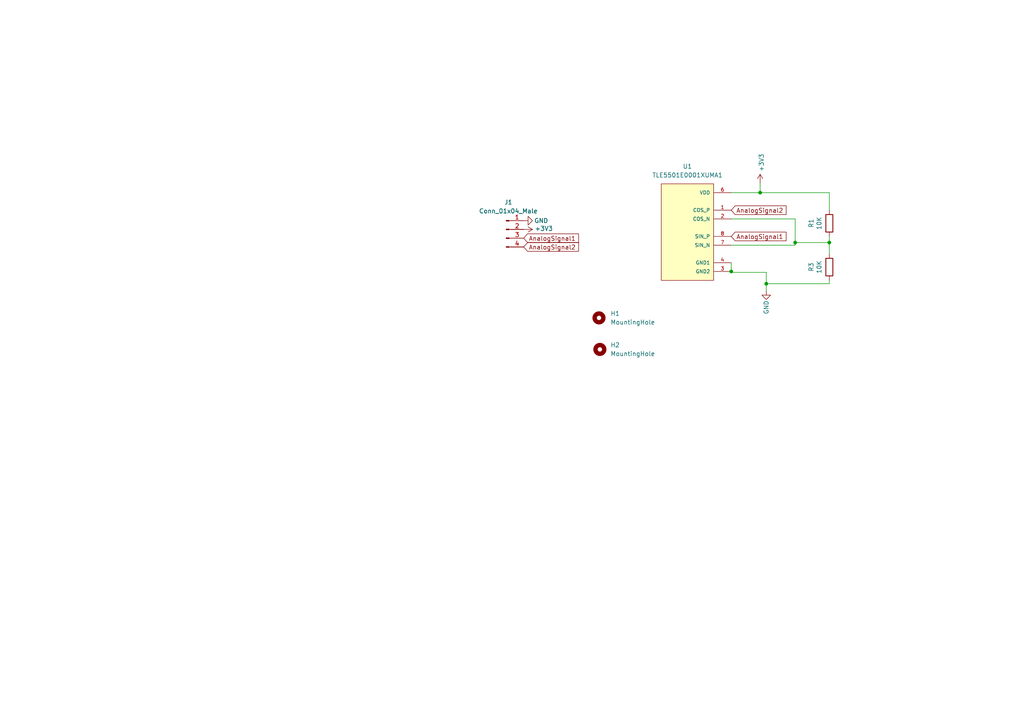
<source format=kicad_sch>
(kicad_sch (version 20211123) (generator eeschema)
  (paper "A4")
  (lib_symbols
    (symbol "Connector:Conn_01x04_Male" (pin_names (offset 1.016) hide)
      (property "Reference" "J" (at 0 5.08 0))
      (property "Value" "Conn_01x04_Male" (at 0 -7.62 0))
      (symbol "Conn_01x04_Male_1_1"
        (polyline (pts (xy 1.27 -5.08) (xy 0.8636 -5.08)) (stroke (width 0.1524)))
        (polyline (pts (xy 1.27 -2.54) (xy 0.8636 -2.54)) (stroke (width 0.1524)))
        (polyline (pts (xy 1.27 0) (xy 0.8636 0)) (stroke (width 0.1524)))
        (polyline (pts (xy 1.27 2.54) (xy 0.8636 2.54)) (stroke (width 0.1524)))
        (rectangle (start 0.8636 -4.953) (end 0 -5.207) (stroke (width 0.1524)) (fill (type outline)))
        (rectangle (start 0.8636 -2.413) (end 0 -2.667) (stroke (width 0.1524)) (fill (type outline)))
        (rectangle (start 0.8636 0.127) (end 0 -0.127) (stroke (width 0.1524)) (fill (type outline)))
        (rectangle (start 0.8636 2.667) (end 0 2.413) (stroke (width 0.1524)) (fill (type outline)))
        (pin passive line (at 5.08 2.54 180) (length 3.81) (name "Pin_1") (number "1"))
        (pin passive line (at 5.08 0 180) (length 3.81) (name "Pin_2") (number "2"))
        (pin passive line (at 5.08 -2.54 180) (length 3.81) (name "Pin_3") (number "3"))
        (pin passive line (at 5.08 -5.08 180) (length 3.81) (name "Pin_4") (number "4"))
      )
    )
    (symbol "Device:R" (pin_numbers hide) (pin_names (offset 0))
      (property "Reference" "R" (at 2.032 0 90))
      (property "Value" "R" (at 0 0 90))
      (symbol "R_0_1"
        (rectangle (start -1.016 -2.54) (end 1.016 2.54) (stroke (width 0.254)))
      )
      (symbol "R_1_1"
        (pin passive line (at 0 3.81 270) (length 1.27) (name "~") (number "1"))
        (pin passive line (at 0 -3.81 90) (length 1.27) (name "~") (number "2"))
      )
    )
    (symbol "Mechanical:MountingHole" (pin_names (offset 1.016))
      (property "Reference" "H" (at 0 5.08 0))
      (property "Value" "MountingHole" (at 0 3.175 0))
      (symbol "MountingHole_0_1"
        (circle (center 0 0) (radius 1.27) (stroke (width 1.27)))
      )
    )
    (symbol "TLE5501:TLE5501E0001XUMA1" (pin_names (offset 1.016))
      (property "Reference" "U" (at -7.62 13.2334 0))
      (property "Value" "TLE5501E0001XUMA1" (at -7.62 -17.8054 0))
      (symbol "TLE5501E0001XUMA1_0_0"
        (rectangle (start -7.62 -15.24) (end 7.62 12.7) (stroke (width 0.1524)) (fill (type background)))
        (pin output line (at 12.7 5.08 180) (length 5.08) (name "COS_P") (number "1"))
        (pin output line (at 12.7 2.54 180) (length 5.08) (name "COS_N") (number "2"))
        (pin power_in line (at 12.7 -12.7 180) (length 5.08) (name "GND2") (number "3"))
        (pin power_in line (at 12.7 -10.16 180) (length 5.08) (name "GND1") (number "4"))
        (pin power_in line (at 12.7 10.16 180) (length 5.08) (name "VDD") (number "6"))
        (pin output line (at 12.7 -5.08 180) (length 5.08) (name "SIN_N") (number "7"))
        (pin output line (at 12.7 -2.54 180) (length 5.08) (name "SIN_P") (number "8"))
      )
    )
    (symbol "power:+3.3V" (power) (pin_names (offset 0))
      (property "Value" "+3.3V" (at 0 3.556 0))
      (symbol "+3.3V_0_1"
        (polyline (pts (xy -0.762 1.27) (xy 0 2.54)))
        (polyline (pts (xy 0 0) (xy 0 2.54)))
        (polyline (pts (xy 0 2.54) (xy 0.762 1.27)))
      )
      (symbol "+3.3V_1_1"
        (pin power_in line (at 0 0 90) (length 0) hide (name "+3V3") (number "1"))
      )
    )
    (symbol "power:GND" (power) (pin_names (offset 0))
      (property "Value" "GND" (at 0 -3.81 0))
      (symbol "GND_0_1"
        (polyline (pts (xy 0 0) (xy 0 -1.27) (xy 1.27 -1.27) (xy 0 -2.54) (xy -1.27 -1.27) (xy 0 -1.27)))
      )
      (symbol "GND_1_1"
        (pin power_in line (at 0 0 270) (length 0) hide (name "GND") (number "1"))
      )
    )
  )
  (junction (at 222.25 82.296))
  (junction (at 220.472 55.88))
  (junction (at 212.09 78.74))
  (junction (at 240.538 70.358))
  (junction (at 230.632 70.358))
  (wire (pts (xy 212.09 71.12) (xy 230.632 71.12)))
  (wire (pts (xy 212.09 78.74) (xy 212.09 78.994)))
  (wire (pts (xy 230.632 70.358) (xy 240.538 70.358)))
  (wire (pts (xy 240.538 81.28) (xy 240.538 82.296)))
  (wire (pts (xy 240.538 82.296) (xy 222.25 82.296)))
  (wire (pts (xy 212.09 63.5) (xy 230.632 63.5)))
  (wire (pts (xy 230.632 70.358) (xy 230.632 71.12)))
  (wire (pts (xy 222.25 78.994) (xy 222.25 82.296)))
  (wire (pts (xy 220.472 55.88) (xy 240.538 55.88)))
  (wire (pts (xy 230.632 63.5) (xy 230.632 70.358)))
  (wire (pts (xy 220.472 53.086) (xy 220.472 55.88)))
  (wire (pts (xy 240.538 70.358) (xy 240.538 73.66)))
  (wire (pts (xy 212.09 55.88) (xy 220.472 55.88)))
  (wire (pts (xy 212.09 76.2) (xy 212.09 78.74)))
  (wire (pts (xy 212.09 78.994) (xy 222.25 78.994)))
  (wire (pts (xy 240.538 55.88) (xy 240.538 60.96)))
  (wire (pts (xy 222.25 82.296) (xy 222.25 84.328)))
  (wire (pts (xy 240.538 68.58) (xy 240.538 70.358)))
  (global_label "AnalogSignal2" (shape input) (at 151.892 71.628 0) (property "Intersheet References" "${INTERSHEET_REFS}" (effects hide)))
  (global_label "AnalogSignal2" (shape input) (at 212.09 60.96 0) (property "Intersheet References" "${INTERSHEET_REFS}" (effects hide)))
  (global_label "AnalogSignal1" (shape input) (at 151.892 69.088 0) (property "Intersheet References" "${INTERSHEET_REFS}" (effects hide)))
  (global_label "AnalogSignal1" (shape input) (at 212.09 68.58 0) (property "Intersheet References" "${INTERSHEET_REFS}" (effects hide)))
  (symbol (lib_id "Device:R") (at 240.538 64.77 0) (unit 1)
    (property "Reference" "R1" (at 235.2802 64.77 90))
    (property "Value" "10K" (at 237.5916 64.77 90))
    (property "Footprint" "Resistor_SMD:R_0603_1608Metric" (effects hide))
  )
  (symbol (lib_id "power:+3.3V") (at 151.892 66.548 270) (unit 1)
    (property "Reference" "#PWR0101" (effects hide))
    (property "Value" "+3.3V" (at 157.734 66.294 90))
  )
  (symbol (lib_id "power:GND") (at 151.892 64.008 90) (unit 1)
    (property "Reference" "#PWR0102" (effects hide))
    (property "Value" "GND" (at 156.972 64.008 90))
  )
  (symbol (lib_id "Device:R") (at 240.538 77.47 0) (unit 1)
    (property "Reference" "R3" (at 235.2802 77.47 90))
    (property "Value" "10K" (at 237.5916 77.47 90))
    (property "Footprint" "Resistor_SMD:R_0603_1608Metric" (effects hide))
  )
  (symbol (lib_id "power:GND") (at 222.25 84.328 0) (unit 1)
    (property "Reference" "#PWR01" (effects hide))
    (property "Value" "GND" (at 222.25 89.154 90))
  )
  (symbol (lib_id "power:+3.3V") (at 220.472 53.086 0) (unit 1)
    (property "Reference" "#PWR0108" (effects hide))
    (property "Value" "+3.3V" (at 220.853 49.8348 90) (effects (justify left)))
  )
  (symbol (lib_id "Mechanical:MountingHole") (at 173.99 101.346 0) (unit 1)
    (property "Reference" "H2" (at 177.038 100.0759 0) (effects (justify left)))
    (property "Value" "MountingHole" (at 177.038 102.6159 0) (effects (justify left)))
    (property "Footprint" "MountingHole:MountingHole_2.2mm_M2" (effects hide))
  )
  (symbol (lib_id "Mechanical:MountingHole") (at 173.736 92.202 0) (unit 1)
    (property "Reference" "H1" (at 177.038 90.9319 0) (effects (justify left)))
    (property "Value" "MountingHole" (at 177.038 93.4719 0) (effects (justify left)))
    (property "Footprint" "MountingHole:MountingHole_2.2mm_M2" (effects hide))
  )
  (symbol (lib_id "Connector:Conn_01x04_Male") (at 146.812 66.548 0) (unit 1)
    (property "Reference" "J1" (at 147.447 58.674 0))
    (property "Value" "Conn_01x04_Male" (at 147.447 61.214 0))
    (property "Footprint" "Connector_JST:JST_SH_BM04B-SRSS-TB_1x04-1MP_P1.00mm_Vertical" (effects hide))
  )
  (symbol (lib_id "TLE5501:TLE5501E0001XUMA1") (at 199.39 66.04 0) (unit 1)
    (property "Reference" "U1" (at 199.39 48.26 0))
    (property "Value" "TLE5501E0001XUMA1" (at 199.39 50.8 0))
    (property "Footprint" "SOIC127P600X175-8N" (effects hide))
    (property "MANUFACTURER" "Infineon" (effects hide))
    (property "PARTREV" "1.0" (effects hide))
    (property "STANDARD" "IPC-7351B" (effects hide))
  )
)
</source>
